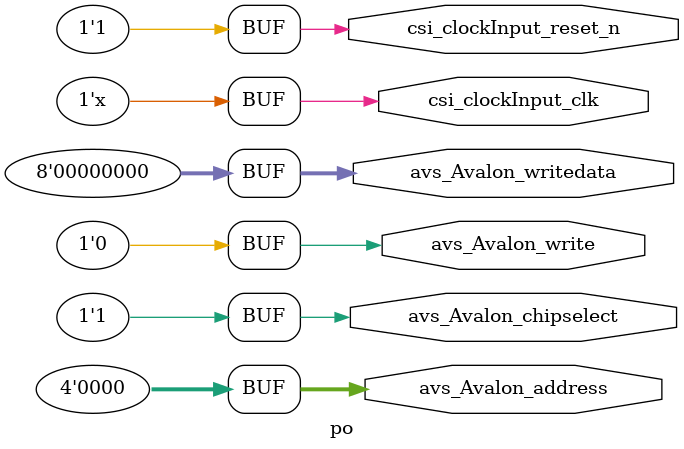
<source format=v>
`timescale 1ns / 1ns

module po (
	csi_clockInput_clk,
	csi_clockInput_reset_n,
	avs_Avalon_write,
	avs_Avalon_chipselect,
	avs_Avalon_address,
	avs_Avalon_writedata,
	);

	output reg	csi_clockInput_clk;
	output reg	csi_clockInput_reset_n;
	output reg	avs_Avalon_write;
	output reg	avs_Avalon_chipselect;
	output reg	[3:0]avs_Avalon_address;
	output reg	[7:0]avs_Avalon_writedata;

initial csi_clockInput_clk = 1'b0;
always #5 csi_clockInput_clk = !csi_clockInput_clk;

initial begin
	avs_Avalon_chipselect = 1'b0;
	#10 avs_Avalon_chipselect = 1'b1;
	end

initial begin
        csi_clockInput_reset_n = 1'b1;                    
        #50 csi_clockInput_reset_n = 1'b0;
        #100 csi_clockInput_reset_n = 1'b1;
	end

initial begin
	avs_Avalon_address = 4'd0;
	#200 avs_Avalon_address = 4'd9;
	#100 avs_Avalon_address = 4'd0;
	#50 avs_Avalon_address = 4'd8;
	#100 avs_Avalon_address = 4'd0;
	#50 avs_Avalon_address = 4'd3;
	#100 avs_Avalon_address = 4'd0;
	end

initial begin
	avs_Avalon_writedata = 8'd0;
	#350 avs_Avalon_writedata = 8'd16;
	#100 avs_Avalon_writedata = 8'd0;
	#50 avs_Avalon_writedata = 8'd15;
	#100 avs_Avalon_writedata = 8'd0;
	#50 avs_Avalon_writedata = 8'd106;
	#100 avs_Avalon_writedata = 8'd0;
	end

initial begin
	avs_Avalon_write = 1'b0;
	#210 avs_Avalon_write = 1'b1;
	#40 avs_Avalon_write = 1'b0;
	#110 avs_Avalon_write = 1'b1;
	#40 avs_Avalon_write = 1'b0;
	#110 avs_Avalon_write = 1'b1;
	#40 avs_Avalon_write = 1'b0;
	#110 avs_Avalon_write = 1'b1;
	#40 avs_Avalon_write = 1'b0;
	end

endmodule

</source>
